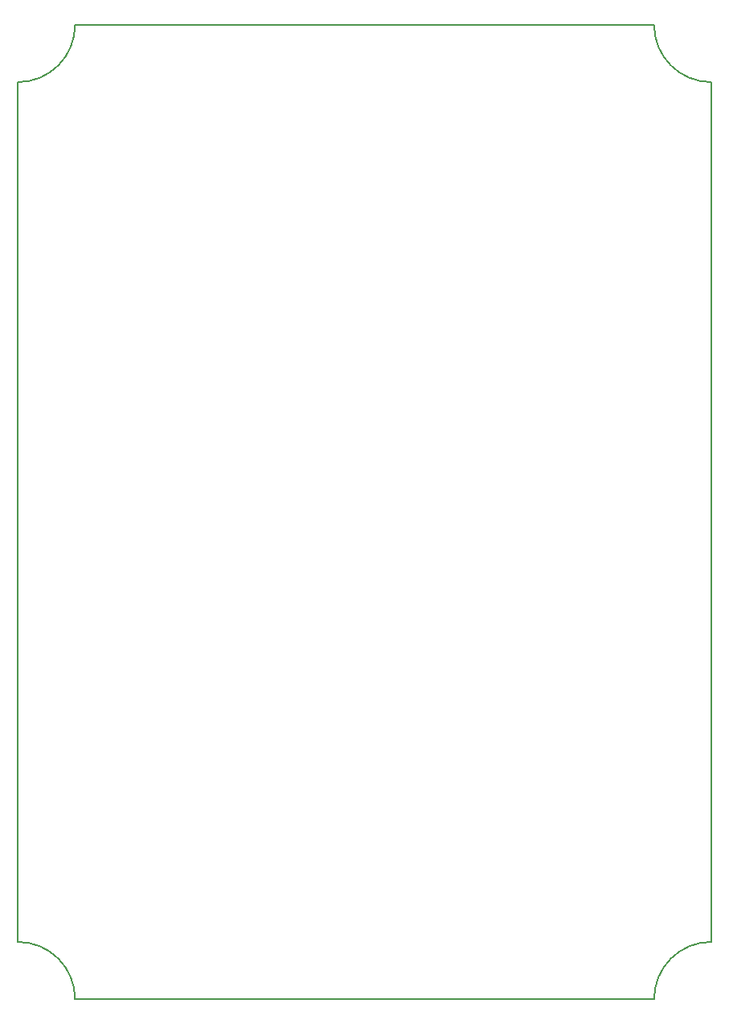
<source format=gm1>
G04 #@! TF.FileFunction,Profile,NP*
%FSLAX46Y46*%
G04 Gerber Fmt 4.6, Leading zero omitted, Abs format (unit mm)*
G04 Created by KiCad (PCBNEW 4.0.1-stable) date 8/2/2016 8:04:58 AM*
%MOMM*%
G01*
G04 APERTURE LIST*
%ADD10C,0.100000*%
%ADD11C,0.150000*%
G04 APERTURE END LIST*
D10*
D11*
X110500000Y-145000000D02*
X110600000Y-145000000D01*
X110500000Y-54500000D02*
X110500000Y-145000000D01*
X183500000Y-145000000D02*
X183500000Y-54500000D01*
X116500000Y-151000000D02*
X177500000Y-151000000D01*
X183500000Y-145000000D02*
G75*
G03X177500000Y-151000000I0J-6000000D01*
G01*
X110500000Y-145000000D02*
G75*
G02X116500000Y-151000000I0J-6000000D01*
G01*
X116500000Y-48500000D02*
X177500000Y-48500000D01*
X183500000Y-54500000D02*
G75*
G02X177500000Y-48500000I0J6000000D01*
G01*
X110500000Y-54500000D02*
G75*
G03X116500000Y-48500000I0J6000000D01*
G01*
M02*

</source>
